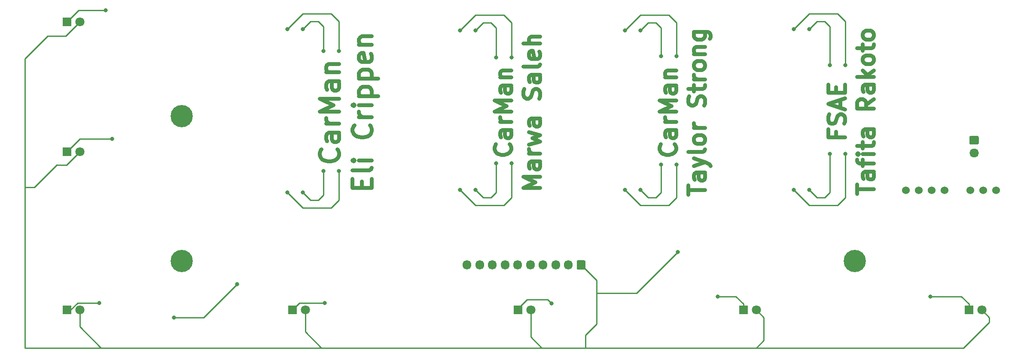
<source format=gbr>
%TF.GenerationSoftware,KiCad,Pcbnew,(5.1.9)-1*%
%TF.CreationDate,2022-03-08T15:51:05-05:00*%
%TF.ProjectId,Front Dash,46726f6e-7420-4446-9173-682e6b696361,rev?*%
%TF.SameCoordinates,Original*%
%TF.FileFunction,Copper,L1,Top*%
%TF.FilePolarity,Positive*%
%FSLAX46Y46*%
G04 Gerber Fmt 4.6, Leading zero omitted, Abs format (unit mm)*
G04 Created by KiCad (PCBNEW (5.1.9)-1) date 2022-03-08 15:51:05*
%MOMM*%
%LPD*%
G01*
G04 APERTURE LIST*
%TA.AperFunction,NonConductor*%
%ADD10C,0.762000*%
%TD*%
%TA.AperFunction,ComponentPad*%
%ADD11C,1.800000*%
%TD*%
%TA.AperFunction,ComponentPad*%
%ADD12R,1.800000X1.800000*%
%TD*%
%TA.AperFunction,ComponentPad*%
%ADD13C,1.524000*%
%TD*%
%TA.AperFunction,ComponentPad*%
%ADD14C,4.400000*%
%TD*%
%TA.AperFunction,ComponentPad*%
%ADD15O,1.850000X1.700000*%
%TD*%
%TA.AperFunction,ComponentPad*%
%ADD16O,1.700000X1.850000*%
%TD*%
%TA.AperFunction,ViaPad*%
%ADD17C,0.800000*%
%TD*%
%TA.AperFunction,Conductor*%
%ADD18C,0.250000*%
%TD*%
G04 APERTURE END LIST*
D10*
X115470214Y-65513857D02*
X115651642Y-65695285D01*
X115833071Y-66239571D01*
X115833071Y-66602428D01*
X115651642Y-67146714D01*
X115288785Y-67509571D01*
X114925928Y-67691000D01*
X114200214Y-67872428D01*
X113655928Y-67872428D01*
X112930214Y-67691000D01*
X112567357Y-67509571D01*
X112204500Y-67146714D01*
X112023071Y-66602428D01*
X112023071Y-66239571D01*
X112204500Y-65695285D01*
X112385928Y-65513857D01*
X115833071Y-62248142D02*
X113837357Y-62248142D01*
X113474500Y-62429571D01*
X113293071Y-62792428D01*
X113293071Y-63518142D01*
X113474500Y-63881000D01*
X115651642Y-62248142D02*
X115833071Y-62611000D01*
X115833071Y-63518142D01*
X115651642Y-63881000D01*
X115288785Y-64062428D01*
X114925928Y-64062428D01*
X114563071Y-63881000D01*
X114381642Y-63518142D01*
X114381642Y-62611000D01*
X114200214Y-62248142D01*
X115833071Y-60433857D02*
X113293071Y-60433857D01*
X114018785Y-60433857D02*
X113655928Y-60252428D01*
X113474500Y-60071000D01*
X113293071Y-59708142D01*
X113293071Y-59345285D01*
X115833071Y-58075285D02*
X112023071Y-58075285D01*
X114744500Y-56805285D01*
X112023071Y-55535285D01*
X115833071Y-55535285D01*
X115833071Y-52088142D02*
X113837357Y-52088142D01*
X113474500Y-52269571D01*
X113293071Y-52632428D01*
X113293071Y-53358142D01*
X113474500Y-53721000D01*
X115651642Y-52088142D02*
X115833071Y-52451000D01*
X115833071Y-53358142D01*
X115651642Y-53721000D01*
X115288785Y-53902428D01*
X114925928Y-53902428D01*
X114563071Y-53721000D01*
X114381642Y-53358142D01*
X114381642Y-52451000D01*
X114200214Y-52088142D01*
X113293071Y-50273857D02*
X115833071Y-50273857D01*
X113655928Y-50273857D02*
X113474500Y-50092428D01*
X113293071Y-49729571D01*
X113293071Y-49185285D01*
X113474500Y-48822428D01*
X113837357Y-48641000D01*
X115833071Y-48641000D01*
X120314357Y-73133857D02*
X120314357Y-71863857D01*
X122310071Y-71319571D02*
X122310071Y-73133857D01*
X118500071Y-73133857D01*
X118500071Y-71319571D01*
X122310071Y-69142428D02*
X122128642Y-69505285D01*
X121765785Y-69686714D01*
X118500071Y-69686714D01*
X122310071Y-67691000D02*
X119770071Y-67691000D01*
X118500071Y-67691000D02*
X118681500Y-67872428D01*
X118862928Y-67691000D01*
X118681500Y-67509571D01*
X118500071Y-67691000D01*
X118862928Y-67691000D01*
X121947214Y-60796714D02*
X122128642Y-60978142D01*
X122310071Y-61522428D01*
X122310071Y-61885285D01*
X122128642Y-62429571D01*
X121765785Y-62792428D01*
X121402928Y-62973857D01*
X120677214Y-63155285D01*
X120132928Y-63155285D01*
X119407214Y-62973857D01*
X119044357Y-62792428D01*
X118681500Y-62429571D01*
X118500071Y-61885285D01*
X118500071Y-61522428D01*
X118681500Y-60978142D01*
X118862928Y-60796714D01*
X122310071Y-59163857D02*
X119770071Y-59163857D01*
X120495785Y-59163857D02*
X120132928Y-58982428D01*
X119951500Y-58801000D01*
X119770071Y-58438142D01*
X119770071Y-58075285D01*
X122310071Y-56805285D02*
X119770071Y-56805285D01*
X118500071Y-56805285D02*
X118681500Y-56986714D01*
X118862928Y-56805285D01*
X118681500Y-56623857D01*
X118500071Y-56805285D01*
X118862928Y-56805285D01*
X119770071Y-54991000D02*
X123580071Y-54991000D01*
X119951500Y-54991000D02*
X119770071Y-54628142D01*
X119770071Y-53902428D01*
X119951500Y-53539571D01*
X120132928Y-53358142D01*
X120495785Y-53176714D01*
X121584357Y-53176714D01*
X121947214Y-53358142D01*
X122128642Y-53539571D01*
X122310071Y-53902428D01*
X122310071Y-54628142D01*
X122128642Y-54991000D01*
X119770071Y-51543857D02*
X123580071Y-51543857D01*
X119951500Y-51543857D02*
X119770071Y-51181000D01*
X119770071Y-50455285D01*
X119951500Y-50092428D01*
X120132928Y-49911000D01*
X120495785Y-49729571D01*
X121584357Y-49729571D01*
X121947214Y-49911000D01*
X122128642Y-50092428D01*
X122310071Y-50455285D01*
X122310071Y-51181000D01*
X122128642Y-51543857D01*
X122128642Y-46645285D02*
X122310071Y-47008142D01*
X122310071Y-47733857D01*
X122128642Y-48096714D01*
X121765785Y-48278142D01*
X120314357Y-48278142D01*
X119951500Y-48096714D01*
X119770071Y-47733857D01*
X119770071Y-47008142D01*
X119951500Y-46645285D01*
X120314357Y-46463857D01*
X120677214Y-46463857D01*
X121040071Y-48278142D01*
X119770071Y-44831000D02*
X122310071Y-44831000D01*
X120132928Y-44831000D02*
X119951500Y-44649571D01*
X119770071Y-44286714D01*
X119770071Y-43742428D01*
X119951500Y-43379571D01*
X120314357Y-43198142D01*
X122310071Y-43198142D01*
X149451785Y-64534142D02*
X149609023Y-64691380D01*
X149766261Y-65163095D01*
X149766261Y-65477571D01*
X149609023Y-65949285D01*
X149294547Y-66263761D01*
X148980071Y-66421000D01*
X148351119Y-66578238D01*
X147879404Y-66578238D01*
X147250452Y-66421000D01*
X146935976Y-66263761D01*
X146621500Y-65949285D01*
X146464261Y-65477571D01*
X146464261Y-65163095D01*
X146621500Y-64691380D01*
X146778738Y-64534142D01*
X149766261Y-61703857D02*
X148036642Y-61703857D01*
X147722166Y-61861095D01*
X147564928Y-62175571D01*
X147564928Y-62804523D01*
X147722166Y-63119000D01*
X149609023Y-61703857D02*
X149766261Y-62018333D01*
X149766261Y-62804523D01*
X149609023Y-63119000D01*
X149294547Y-63276238D01*
X148980071Y-63276238D01*
X148665595Y-63119000D01*
X148508357Y-62804523D01*
X148508357Y-62018333D01*
X148351119Y-61703857D01*
X149766261Y-60131476D02*
X147564928Y-60131476D01*
X148193880Y-60131476D02*
X147879404Y-59974238D01*
X147722166Y-59817000D01*
X147564928Y-59502523D01*
X147564928Y-59188047D01*
X149766261Y-58087380D02*
X146464261Y-58087380D01*
X148822833Y-56986714D01*
X146464261Y-55886047D01*
X149766261Y-55886047D01*
X149766261Y-52898523D02*
X148036642Y-52898523D01*
X147722166Y-53055761D01*
X147564928Y-53370238D01*
X147564928Y-53999190D01*
X147722166Y-54313666D01*
X149609023Y-52898523D02*
X149766261Y-53213000D01*
X149766261Y-53999190D01*
X149609023Y-54313666D01*
X149294547Y-54470904D01*
X148980071Y-54470904D01*
X148665595Y-54313666D01*
X148508357Y-53999190D01*
X148508357Y-53213000D01*
X148351119Y-52898523D01*
X147564928Y-51326142D02*
X149766261Y-51326142D01*
X147879404Y-51326142D02*
X147722166Y-51168904D01*
X147564928Y-50854428D01*
X147564928Y-50382714D01*
X147722166Y-50068238D01*
X148036642Y-49911000D01*
X149766261Y-49911000D01*
X155481261Y-73103619D02*
X152179261Y-73103619D01*
X154537833Y-72002952D01*
X152179261Y-70902285D01*
X155481261Y-70902285D01*
X155481261Y-67914761D02*
X153751642Y-67914761D01*
X153437166Y-68072000D01*
X153279928Y-68386476D01*
X153279928Y-69015428D01*
X153437166Y-69329904D01*
X155324023Y-67914761D02*
X155481261Y-68229238D01*
X155481261Y-69015428D01*
X155324023Y-69329904D01*
X155009547Y-69487142D01*
X154695071Y-69487142D01*
X154380595Y-69329904D01*
X154223357Y-69015428D01*
X154223357Y-68229238D01*
X154066119Y-67914761D01*
X155481261Y-66342380D02*
X153279928Y-66342380D01*
X153908880Y-66342380D02*
X153594404Y-66185142D01*
X153437166Y-66027904D01*
X153279928Y-65713428D01*
X153279928Y-65398952D01*
X153279928Y-64612761D02*
X155481261Y-63983809D01*
X153908880Y-63354857D01*
X155481261Y-62725904D01*
X153279928Y-62096952D01*
X155481261Y-59423904D02*
X153751642Y-59423904D01*
X153437166Y-59581142D01*
X153279928Y-59895619D01*
X153279928Y-60524571D01*
X153437166Y-60839047D01*
X155324023Y-59423904D02*
X155481261Y-59738380D01*
X155481261Y-60524571D01*
X155324023Y-60839047D01*
X155009547Y-60996285D01*
X154695071Y-60996285D01*
X154380595Y-60839047D01*
X154223357Y-60524571D01*
X154223357Y-59738380D01*
X154066119Y-59423904D01*
X155324023Y-55492952D02*
X155481261Y-55021238D01*
X155481261Y-54235047D01*
X155324023Y-53920571D01*
X155166785Y-53763333D01*
X154852309Y-53606095D01*
X154537833Y-53606095D01*
X154223357Y-53763333D01*
X154066119Y-53920571D01*
X153908880Y-54235047D01*
X153751642Y-54864000D01*
X153594404Y-55178476D01*
X153437166Y-55335714D01*
X153122690Y-55492952D01*
X152808214Y-55492952D01*
X152493738Y-55335714D01*
X152336500Y-55178476D01*
X152179261Y-54864000D01*
X152179261Y-54077809D01*
X152336500Y-53606095D01*
X155481261Y-50775809D02*
X153751642Y-50775809D01*
X153437166Y-50933047D01*
X153279928Y-51247523D01*
X153279928Y-51876476D01*
X153437166Y-52190952D01*
X155324023Y-50775809D02*
X155481261Y-51090285D01*
X155481261Y-51876476D01*
X155324023Y-52190952D01*
X155009547Y-52348190D01*
X154695071Y-52348190D01*
X154380595Y-52190952D01*
X154223357Y-51876476D01*
X154223357Y-51090285D01*
X154066119Y-50775809D01*
X155481261Y-48731714D02*
X155324023Y-49046190D01*
X155009547Y-49203428D01*
X152179261Y-49203428D01*
X155324023Y-46215904D02*
X155481261Y-46530380D01*
X155481261Y-47159333D01*
X155324023Y-47473809D01*
X155009547Y-47631047D01*
X153751642Y-47631047D01*
X153437166Y-47473809D01*
X153279928Y-47159333D01*
X153279928Y-46530380D01*
X153437166Y-46215904D01*
X153751642Y-46058666D01*
X154066119Y-46058666D01*
X154380595Y-47631047D01*
X155481261Y-44643523D02*
X152179261Y-44643523D01*
X155481261Y-43228380D02*
X153751642Y-43228380D01*
X153437166Y-43385619D01*
X153279928Y-43700095D01*
X153279928Y-44171809D01*
X153437166Y-44486285D01*
X153594404Y-44643523D01*
X213822642Y-62048571D02*
X213822642Y-63149238D01*
X215552261Y-63149238D02*
X212250261Y-63149238D01*
X212250261Y-61576857D01*
X215395023Y-60476190D02*
X215552261Y-60004476D01*
X215552261Y-59218285D01*
X215395023Y-58903809D01*
X215237785Y-58746571D01*
X214923309Y-58589333D01*
X214608833Y-58589333D01*
X214294357Y-58746571D01*
X214137119Y-58903809D01*
X213979880Y-59218285D01*
X213822642Y-59847238D01*
X213665404Y-60161714D01*
X213508166Y-60318952D01*
X213193690Y-60476190D01*
X212879214Y-60476190D01*
X212564738Y-60318952D01*
X212407500Y-60161714D01*
X212250261Y-59847238D01*
X212250261Y-59061047D01*
X212407500Y-58589333D01*
X214608833Y-57331428D02*
X214608833Y-55759047D01*
X215552261Y-57645904D02*
X212250261Y-56545238D01*
X215552261Y-55444571D01*
X213822642Y-54343904D02*
X213822642Y-53243238D01*
X215552261Y-52771523D02*
X215552261Y-54343904D01*
X212250261Y-54343904D01*
X212250261Y-52771523D01*
X217965261Y-74313142D02*
X217965261Y-72426285D01*
X221267261Y-73369714D02*
X217965261Y-73369714D01*
X221267261Y-69910476D02*
X219537642Y-69910476D01*
X219223166Y-70067714D01*
X219065928Y-70382190D01*
X219065928Y-71011142D01*
X219223166Y-71325619D01*
X221110023Y-69910476D02*
X221267261Y-70224952D01*
X221267261Y-71011142D01*
X221110023Y-71325619D01*
X220795547Y-71482857D01*
X220481071Y-71482857D01*
X220166595Y-71325619D01*
X220009357Y-71011142D01*
X220009357Y-70224952D01*
X219852119Y-69910476D01*
X219065928Y-68809809D02*
X219065928Y-67551904D01*
X221267261Y-68338095D02*
X218436976Y-68338095D01*
X218122500Y-68180857D01*
X217965261Y-67866380D01*
X217965261Y-67551904D01*
X221267261Y-66451238D02*
X219065928Y-66451238D01*
X217965261Y-66451238D02*
X218122500Y-66608476D01*
X218279738Y-66451238D01*
X218122500Y-66294000D01*
X217965261Y-66451238D01*
X218279738Y-66451238D01*
X219065928Y-65350571D02*
X219065928Y-64092666D01*
X217965261Y-64878857D02*
X220795547Y-64878857D01*
X221110023Y-64721619D01*
X221267261Y-64407142D01*
X221267261Y-64092666D01*
X221267261Y-61576857D02*
X219537642Y-61576857D01*
X219223166Y-61734095D01*
X219065928Y-62048571D01*
X219065928Y-62677523D01*
X219223166Y-62992000D01*
X221110023Y-61576857D02*
X221267261Y-61891333D01*
X221267261Y-62677523D01*
X221110023Y-62992000D01*
X220795547Y-63149238D01*
X220481071Y-63149238D01*
X220166595Y-62992000D01*
X220009357Y-62677523D01*
X220009357Y-61891333D01*
X219852119Y-61576857D01*
X221267261Y-55601809D02*
X219694880Y-56702476D01*
X221267261Y-57488666D02*
X217965261Y-57488666D01*
X217965261Y-56230761D01*
X218122500Y-55916285D01*
X218279738Y-55759047D01*
X218594214Y-55601809D01*
X219065928Y-55601809D01*
X219380404Y-55759047D01*
X219537642Y-55916285D01*
X219694880Y-56230761D01*
X219694880Y-57488666D01*
X221267261Y-52771523D02*
X219537642Y-52771523D01*
X219223166Y-52928761D01*
X219065928Y-53243238D01*
X219065928Y-53872190D01*
X219223166Y-54186666D01*
X221110023Y-52771523D02*
X221267261Y-53086000D01*
X221267261Y-53872190D01*
X221110023Y-54186666D01*
X220795547Y-54343904D01*
X220481071Y-54343904D01*
X220166595Y-54186666D01*
X220009357Y-53872190D01*
X220009357Y-53086000D01*
X219852119Y-52771523D01*
X221267261Y-51199142D02*
X217965261Y-51199142D01*
X220009357Y-50884666D02*
X221267261Y-49941238D01*
X219065928Y-49941238D02*
X220323833Y-51199142D01*
X221267261Y-48054380D02*
X221110023Y-48368857D01*
X220952785Y-48526095D01*
X220638309Y-48683333D01*
X219694880Y-48683333D01*
X219380404Y-48526095D01*
X219223166Y-48368857D01*
X219065928Y-48054380D01*
X219065928Y-47582666D01*
X219223166Y-47268190D01*
X219380404Y-47110952D01*
X219694880Y-46953714D01*
X220638309Y-46953714D01*
X220952785Y-47110952D01*
X221110023Y-47268190D01*
X221267261Y-47582666D01*
X221267261Y-48054380D01*
X219065928Y-46010285D02*
X219065928Y-44752380D01*
X217965261Y-45538571D02*
X220795547Y-45538571D01*
X221110023Y-45381333D01*
X221267261Y-45066857D01*
X221267261Y-44752380D01*
X221267261Y-43180000D02*
X221110023Y-43494476D01*
X220952785Y-43651714D01*
X220638309Y-43808952D01*
X219694880Y-43808952D01*
X219380404Y-43651714D01*
X219223166Y-43494476D01*
X219065928Y-43180000D01*
X219065928Y-42708285D01*
X219223166Y-42393809D01*
X219380404Y-42236571D01*
X219694880Y-42079333D01*
X220638309Y-42079333D01*
X220952785Y-42236571D01*
X221110023Y-42393809D01*
X221267261Y-42708285D01*
X221267261Y-43180000D01*
X181963785Y-64534142D02*
X182121023Y-64691380D01*
X182278261Y-65163095D01*
X182278261Y-65477571D01*
X182121023Y-65949285D01*
X181806547Y-66263761D01*
X181492071Y-66421000D01*
X180863119Y-66578238D01*
X180391404Y-66578238D01*
X179762452Y-66421000D01*
X179447976Y-66263761D01*
X179133500Y-65949285D01*
X178976261Y-65477571D01*
X178976261Y-65163095D01*
X179133500Y-64691380D01*
X179290738Y-64534142D01*
X182278261Y-61703857D02*
X180548642Y-61703857D01*
X180234166Y-61861095D01*
X180076928Y-62175571D01*
X180076928Y-62804523D01*
X180234166Y-63119000D01*
X182121023Y-61703857D02*
X182278261Y-62018333D01*
X182278261Y-62804523D01*
X182121023Y-63119000D01*
X181806547Y-63276238D01*
X181492071Y-63276238D01*
X181177595Y-63119000D01*
X181020357Y-62804523D01*
X181020357Y-62018333D01*
X180863119Y-61703857D01*
X182278261Y-60131476D02*
X180076928Y-60131476D01*
X180705880Y-60131476D02*
X180391404Y-59974238D01*
X180234166Y-59817000D01*
X180076928Y-59502523D01*
X180076928Y-59188047D01*
X182278261Y-58087380D02*
X178976261Y-58087380D01*
X181334833Y-56986714D01*
X178976261Y-55886047D01*
X182278261Y-55886047D01*
X182278261Y-52898523D02*
X180548642Y-52898523D01*
X180234166Y-53055761D01*
X180076928Y-53370238D01*
X180076928Y-53999190D01*
X180234166Y-54313666D01*
X182121023Y-52898523D02*
X182278261Y-53213000D01*
X182278261Y-53999190D01*
X182121023Y-54313666D01*
X181806547Y-54470904D01*
X181492071Y-54470904D01*
X181177595Y-54313666D01*
X181020357Y-53999190D01*
X181020357Y-53213000D01*
X180863119Y-52898523D01*
X180076928Y-51326142D02*
X182278261Y-51326142D01*
X180391404Y-51326142D02*
X180234166Y-51168904D01*
X180076928Y-50854428D01*
X180076928Y-50382714D01*
X180234166Y-50068238D01*
X180548642Y-49911000D01*
X182278261Y-49911000D01*
X184691261Y-74518761D02*
X184691261Y-72631904D01*
X187993261Y-73575333D02*
X184691261Y-73575333D01*
X187993261Y-70116095D02*
X186263642Y-70116095D01*
X185949166Y-70273333D01*
X185791928Y-70587809D01*
X185791928Y-71216761D01*
X185949166Y-71531238D01*
X187836023Y-70116095D02*
X187993261Y-70430571D01*
X187993261Y-71216761D01*
X187836023Y-71531238D01*
X187521547Y-71688476D01*
X187207071Y-71688476D01*
X186892595Y-71531238D01*
X186735357Y-71216761D01*
X186735357Y-70430571D01*
X186578119Y-70116095D01*
X185791928Y-68858190D02*
X187993261Y-68072000D01*
X185791928Y-67285809D02*
X187993261Y-68072000D01*
X188779452Y-68386476D01*
X188936690Y-68543714D01*
X189093928Y-68858190D01*
X187993261Y-65556190D02*
X187836023Y-65870666D01*
X187521547Y-66027904D01*
X184691261Y-66027904D01*
X187993261Y-63826571D02*
X187836023Y-64141047D01*
X187678785Y-64298285D01*
X187364309Y-64455523D01*
X186420880Y-64455523D01*
X186106404Y-64298285D01*
X185949166Y-64141047D01*
X185791928Y-63826571D01*
X185791928Y-63354857D01*
X185949166Y-63040380D01*
X186106404Y-62883142D01*
X186420880Y-62725904D01*
X187364309Y-62725904D01*
X187678785Y-62883142D01*
X187836023Y-63040380D01*
X187993261Y-63354857D01*
X187993261Y-63826571D01*
X187993261Y-61310761D02*
X185791928Y-61310761D01*
X186420880Y-61310761D02*
X186106404Y-61153523D01*
X185949166Y-60996285D01*
X185791928Y-60681809D01*
X185791928Y-60367333D01*
X187836023Y-56908095D02*
X187993261Y-56436380D01*
X187993261Y-55650190D01*
X187836023Y-55335714D01*
X187678785Y-55178476D01*
X187364309Y-55021238D01*
X187049833Y-55021238D01*
X186735357Y-55178476D01*
X186578119Y-55335714D01*
X186420880Y-55650190D01*
X186263642Y-56279142D01*
X186106404Y-56593619D01*
X185949166Y-56750857D01*
X185634690Y-56908095D01*
X185320214Y-56908095D01*
X185005738Y-56750857D01*
X184848500Y-56593619D01*
X184691261Y-56279142D01*
X184691261Y-55492952D01*
X184848500Y-55021238D01*
X185791928Y-54077809D02*
X185791928Y-52819904D01*
X184691261Y-53606095D02*
X187521547Y-53606095D01*
X187836023Y-53448857D01*
X187993261Y-53134380D01*
X187993261Y-52819904D01*
X187993261Y-51719238D02*
X185791928Y-51719238D01*
X186420880Y-51719238D02*
X186106404Y-51562000D01*
X185949166Y-51404761D01*
X185791928Y-51090285D01*
X185791928Y-50775809D01*
X187993261Y-49203428D02*
X187836023Y-49517904D01*
X187678785Y-49675142D01*
X187364309Y-49832380D01*
X186420880Y-49832380D01*
X186106404Y-49675142D01*
X185949166Y-49517904D01*
X185791928Y-49203428D01*
X185791928Y-48731714D01*
X185949166Y-48417238D01*
X186106404Y-48260000D01*
X186420880Y-48102761D01*
X187364309Y-48102761D01*
X187678785Y-48260000D01*
X187836023Y-48417238D01*
X187993261Y-48731714D01*
X187993261Y-49203428D01*
X185791928Y-46687619D02*
X187993261Y-46687619D01*
X186106404Y-46687619D02*
X185949166Y-46530380D01*
X185791928Y-46215904D01*
X185791928Y-45744190D01*
X185949166Y-45429714D01*
X186263642Y-45272476D01*
X187993261Y-45272476D01*
X185791928Y-42284952D02*
X188464976Y-42284952D01*
X188779452Y-42442190D01*
X188936690Y-42599428D01*
X189093928Y-42913904D01*
X189093928Y-43385619D01*
X188936690Y-43700095D01*
X187836023Y-42284952D02*
X187993261Y-42599428D01*
X187993261Y-43228380D01*
X187836023Y-43542857D01*
X187678785Y-43700095D01*
X187364309Y-43857333D01*
X186420880Y-43857333D01*
X186106404Y-43700095D01*
X185949166Y-43542857D01*
X185791928Y-43228380D01*
X185791928Y-42599428D01*
X185949166Y-42284952D01*
D11*
%TO.P,D1,2*%
%TO.N,Net-(D1-Pad2)*%
X242570000Y-97282000D03*
D12*
%TO.P,D1,1*%
%TO.N,Net-(D1-Pad1)*%
X240030000Y-97282000D03*
%TD*%
D11*
%TO.P,D7,2*%
%TO.N,Net-(D1-Pad2)*%
X64770000Y-97282000D03*
D12*
%TO.P,D7,1*%
%TO.N,Net-(D7-Pad1)*%
X62230000Y-97282000D03*
%TD*%
D11*
%TO.P,D6,2*%
%TO.N,Net-(D1-Pad2)*%
X64770000Y-66040000D03*
D12*
%TO.P,D6,1*%
%TO.N,Net-(D6-Pad1)*%
X62230000Y-66040000D03*
%TD*%
D11*
%TO.P,D5,2*%
%TO.N,Net-(D1-Pad2)*%
X64770000Y-40386000D03*
D12*
%TO.P,D5,1*%
%TO.N,Net-(D5-Pad1)*%
X62230000Y-40386000D03*
%TD*%
D11*
%TO.P,D4,2*%
%TO.N,Net-(D1-Pad2)*%
X109220000Y-97282000D03*
D12*
%TO.P,D4,1*%
%TO.N,Net-(D4-Pad1)*%
X106680000Y-97282000D03*
%TD*%
D11*
%TO.P,D3,2*%
%TO.N,Net-(D1-Pad2)*%
X153670000Y-97282000D03*
D12*
%TO.P,D3,1*%
%TO.N,Net-(D3-Pad1)*%
X151130000Y-97282000D03*
%TD*%
D11*
%TO.P,D2,2*%
%TO.N,Net-(D1-Pad2)*%
X198120000Y-97282000D03*
D12*
%TO.P,D2,1*%
%TO.N,Net-(D2-Pad1)*%
X195580000Y-97282000D03*
%TD*%
D13*
%TO.P,PS1,7*%
%TO.N,Net-(PS1-Pad7)*%
X227584000Y-73660000D03*
%TO.P,PS1,6*%
%TO.N,Net-(C2-Pad2)*%
X230124000Y-73660000D03*
%TO.P,PS1,5*%
%TO.N,Net-(C2-Pad1)*%
X232664000Y-73660000D03*
%TO.P,PS1,4*%
%TO.N,Net-(PS1-Pad4)*%
X235204000Y-73660000D03*
%TO.P,PS1,3*%
%TO.N,Net-(PS1-Pad3)*%
X240284000Y-73660000D03*
%TO.P,PS1,2*%
%TO.N,Net-(C1-Pad1)*%
X242824000Y-73660000D03*
%TO.P,PS1,1*%
%TO.N,Net-(C1-Pad2)*%
X245364000Y-73660000D03*
%TD*%
D14*
%TO.P,H3,1*%
%TO.N,Net-(D1-Pad2)*%
X217551000Y-87630000D03*
%TD*%
%TO.P,H2,1*%
%TO.N,Net-(D1-Pad2)*%
X84861400Y-59004200D03*
%TD*%
%TO.P,H1,1*%
%TO.N,Net-(D1-Pad2)*%
X84861400Y-87579200D03*
%TD*%
D15*
%TO.P,J2,2*%
%TO.N,Net-(C2-Pad1)*%
X241046000Y-66254000D03*
%TO.P,J2,1*%
%TO.N,Net-(C2-Pad2)*%
%TA.AperFunction,ComponentPad*%
G36*
G01*
X240371000Y-62904000D02*
X241721000Y-62904000D01*
G75*
G02*
X241971000Y-63154000I0J-250000D01*
G01*
X241971000Y-64354000D01*
G75*
G02*
X241721000Y-64604000I-250000J0D01*
G01*
X240371000Y-64604000D01*
G75*
G02*
X240121000Y-64354000I0J250000D01*
G01*
X240121000Y-63154000D01*
G75*
G02*
X240371000Y-62904000I250000J0D01*
G01*
G37*
%TD.AperFunction*%
%TD*%
D16*
%TO.P,J1,10*%
%TO.N,Net-(C1-Pad1)*%
X141076000Y-88392000D03*
%TO.P,J1,9*%
%TO.N,Net-(C1-Pad2)*%
X143576000Y-88392000D03*
%TO.P,J1,8*%
%TO.N,Net-(J1-Pad8)*%
X146076000Y-88392000D03*
%TO.P,J1,7*%
%TO.N,Net-(J1-Pad7)*%
X148576000Y-88392000D03*
%TO.P,J1,6*%
%TO.N,Net-(J1-Pad6)*%
X151076000Y-88392000D03*
%TO.P,J1,5*%
%TO.N,Net-(J1-Pad5)*%
X153576000Y-88392000D03*
%TO.P,J1,4*%
%TO.N,Net-(J1-Pad4)*%
X156076000Y-88392000D03*
%TO.P,J1,3*%
%TO.N,Net-(J1-Pad3)*%
X158576000Y-88392000D03*
%TO.P,J1,2*%
%TO.N,Net-(J1-Pad2)*%
X161076000Y-88392000D03*
%TO.P,J1,1*%
%TO.N,Net-(D1-Pad2)*%
%TA.AperFunction,ComponentPad*%
G36*
G01*
X164426000Y-87717000D02*
X164426000Y-89067000D01*
G75*
G02*
X164176000Y-89317000I-250000J0D01*
G01*
X162976000Y-89317000D01*
G75*
G02*
X162726000Y-89067000I0J250000D01*
G01*
X162726000Y-87717000D01*
G75*
G02*
X162976000Y-87467000I250000J0D01*
G01*
X164176000Y-87467000D01*
G75*
G02*
X164426000Y-87717000I0J-250000D01*
G01*
G37*
%TD.AperFunction*%
%TD*%
D17*
%TO.N,*%
X205486000Y-41783000D03*
X208534000Y-41783000D03*
X215646000Y-48895000D03*
X212598000Y-48895000D03*
X205486000Y-73533000D03*
X212598000Y-66421000D03*
X215646000Y-66421000D03*
X208534000Y-73533000D03*
X172212000Y-42037000D03*
X175260000Y-42037000D03*
X175260000Y-73533000D03*
X172212000Y-73533000D03*
X139700000Y-42037000D03*
X142748000Y-42037000D03*
X142748000Y-73533000D03*
X139700000Y-73533000D03*
X108712000Y-41783000D03*
X105664000Y-74041000D03*
X108712000Y-74041000D03*
X105664000Y-41783000D03*
X115824000Y-69850000D03*
X112776000Y-69850000D03*
X112776000Y-46101000D03*
X115824000Y-46101000D03*
X149860000Y-47371000D03*
X146812000Y-47371000D03*
X146812000Y-68326000D03*
X149860000Y-68326000D03*
X179324000Y-68580000D03*
X182372000Y-68580000D03*
X182372000Y-47117000D03*
X179324000Y-47117000D03*
%TO.N,Net-(D1-Pad1)*%
X232410000Y-94615000D03*
%TO.N,Net-(D5-Pad1)*%
X69850000Y-38100000D03*
%TO.N,Net-(D7-Pad1)*%
X68580000Y-95885000D03*
%TO.N,Net-(D4-Pad1)*%
X113030000Y-95885000D03*
%TO.N,Net-(D6-Pad1)*%
X71120000Y-63500000D03*
%TO.N,Net-(D2-Pad1)*%
X190500000Y-94615000D03*
%TO.N,Net-(C1-Pad1)*%
X95758000Y-92202000D03*
X83312000Y-98806000D03*
%TO.N,Net-(D1-Pad2)*%
X182626000Y-85852000D03*
%TO.N,Net-(D3-Pad1)*%
X157734000Y-96012000D03*
%TD*%
D18*
%TO.N,*%
X205486000Y-41783000D02*
X208534000Y-38735000D01*
X208534000Y-38735000D02*
X214122000Y-38735000D01*
X215646000Y-40259000D02*
X215646000Y-48895000D01*
X214122000Y-38735000D02*
X215646000Y-40259000D01*
X208534000Y-41783000D02*
X210058000Y-40259000D01*
X210058000Y-40259000D02*
X211582000Y-40259000D01*
X211582000Y-40259000D02*
X212598000Y-41275000D01*
X212598000Y-41275000D02*
X212598000Y-48895000D01*
X208534000Y-76581000D02*
X214122000Y-76581000D01*
X214122000Y-76581000D02*
X215646000Y-75057000D01*
X211582000Y-75057000D02*
X212598000Y-74041000D01*
X215646000Y-75057000D02*
X215646000Y-66421000D01*
X210058000Y-75057000D02*
X211582000Y-75057000D01*
X208534000Y-73533000D02*
X210058000Y-75057000D01*
X212598000Y-74041000D02*
X212598000Y-66421000D01*
X205486000Y-73533000D02*
X208534000Y-76581000D01*
X178308000Y-75057000D02*
X179324000Y-74041000D01*
X175260000Y-76581000D02*
X180848000Y-76581000D01*
X175260000Y-73533000D02*
X176784000Y-75057000D01*
X180848000Y-76581000D02*
X182372000Y-75057000D01*
X172212000Y-73533000D02*
X175260000Y-76581000D01*
X176784000Y-75057000D02*
X178308000Y-75057000D01*
X145796000Y-75057000D02*
X146812000Y-74041000D01*
X142748000Y-76581000D02*
X148336000Y-76581000D01*
X142748000Y-73533000D02*
X144272000Y-75057000D01*
X148336000Y-76581000D02*
X149860000Y-75057000D01*
X139700000Y-73533000D02*
X142748000Y-76581000D01*
X144272000Y-75057000D02*
X145796000Y-75057000D01*
X110236000Y-75565000D02*
X111760000Y-75565000D01*
X108712000Y-38735000D02*
X114300000Y-38735000D01*
X108712000Y-77089000D02*
X114300000Y-77089000D01*
X114300000Y-38735000D02*
X115824000Y-40259000D01*
X111760000Y-75565000D02*
X112776000Y-74549000D01*
X108712000Y-74041000D02*
X110236000Y-75565000D01*
X114300000Y-77089000D02*
X115824000Y-75565000D01*
X105664000Y-74041000D02*
X108712000Y-77089000D01*
X105664000Y-41783000D02*
X108712000Y-38735000D01*
X112776000Y-74549000D02*
X112776000Y-69850000D01*
X115824000Y-75565000D02*
X115824000Y-69850000D01*
X112776000Y-46101000D02*
X112776000Y-46101000D01*
X115824000Y-46101000D02*
X115824000Y-46101000D01*
X115824000Y-46101000D02*
X115824000Y-40386000D01*
X146812000Y-74041000D02*
X146812000Y-68326000D01*
X149860000Y-75057000D02*
X149860000Y-68326000D01*
X146812000Y-47371000D02*
X146812000Y-47371000D01*
X149860000Y-47371000D02*
X149860000Y-47371000D01*
X146812000Y-68326000D02*
X146812000Y-68326000D01*
X149860000Y-68326000D02*
X149860000Y-68326000D01*
X179324000Y-74041000D02*
X179324000Y-68580000D01*
X182372000Y-75057000D02*
X182372000Y-68580000D01*
X144272000Y-40513000D02*
X142748000Y-42037000D01*
X145796000Y-40513000D02*
X144272000Y-40513000D01*
X146812000Y-41529000D02*
X145796000Y-40513000D01*
X146812000Y-47371000D02*
X146812000Y-41529000D01*
X148336000Y-38989000D02*
X142748000Y-38989000D01*
X149860000Y-40513000D02*
X148336000Y-38989000D01*
X142748000Y-38989000D02*
X139700000Y-42037000D01*
X149860000Y-47371000D02*
X149860000Y-40513000D01*
X110236000Y-40259000D02*
X108712000Y-41783000D01*
X111760000Y-40259000D02*
X110236000Y-40259000D01*
X112776000Y-41275000D02*
X111760000Y-40259000D01*
X112776000Y-46101000D02*
X112776000Y-41275000D01*
X115824000Y-40259000D02*
X115824000Y-40386000D01*
X176784000Y-40513000D02*
X175260000Y-42037000D01*
X178308000Y-40513000D02*
X176784000Y-40513000D01*
X179324000Y-41529000D02*
X178308000Y-40513000D01*
X179324000Y-47117000D02*
X179324000Y-47117000D01*
X175260000Y-38989000D02*
X172212000Y-42037000D01*
X180848000Y-38989000D02*
X175260000Y-38989000D01*
X182372000Y-40513000D02*
X180848000Y-38989000D01*
X182372000Y-47117000D02*
X182372000Y-47117000D01*
X179324000Y-68580000D02*
X179324000Y-68580000D01*
X182372000Y-68580000D02*
X182372000Y-68580000D01*
X182372000Y-47117000D02*
X182372000Y-40513000D01*
X179324000Y-47117000D02*
X179324000Y-41529000D01*
%TO.N,Net-(D1-Pad1)*%
X232410000Y-94615000D02*
X238545000Y-94615000D01*
%TO.N,Net-(D1-Pad2)*%
X145415000Y-104775000D02*
X145985000Y-104775000D01*
X53975000Y-104775000D02*
X56450000Y-104775000D01*
X53975000Y-73025000D02*
X55815000Y-73025000D01*
X53975000Y-73025000D02*
X53975000Y-104775000D01*
X137160000Y-104775000D02*
X145415000Y-104775000D01*
X53975000Y-50800000D02*
X53975000Y-73025000D01*
X53975000Y-50165000D02*
X53975000Y-50800000D01*
X112395000Y-104775000D02*
X137160000Y-104775000D01*
X100330000Y-104775000D02*
X112395000Y-104775000D01*
X145415000Y-104775000D02*
X146050000Y-104775000D01*
X164465000Y-104775000D02*
X191770000Y-104775000D01*
X198120000Y-104775000D02*
X191770000Y-104775000D01*
X238975000Y-104775000D02*
X198120000Y-104775000D01*
X244055000Y-99695000D02*
X238975000Y-104775000D01*
X60960000Y-104775000D02*
X67945000Y-104775000D01*
X53975000Y-104775000D02*
X60960000Y-104775000D01*
X53975000Y-47625000D02*
X53975000Y-50800000D01*
X58420000Y-43180000D02*
X53975000Y-47625000D01*
X146050000Y-104775000D02*
X146685000Y-104775000D01*
X137160000Y-104775000D02*
X138430000Y-104775000D01*
X164465000Y-104775000D02*
X165481000Y-104775000D01*
X164465000Y-104775000D02*
X164465000Y-102235000D01*
X164465000Y-102235000D02*
X166624000Y-100076000D01*
X166624000Y-91440000D02*
X163576000Y-88392000D01*
%TO.N,Net-(D5-Pad1)*%
X69850000Y-38100000D02*
X66255000Y-38100000D01*
%TO.N,Net-(D4-Pad1)*%
X113030000Y-95885000D02*
X110705000Y-95885000D01*
%TO.N,Net-(D2-Pad1)*%
X190500000Y-94615000D02*
X194095000Y-94615000D01*
%TO.N,Net-(C1-Pad1)*%
X89154000Y-98806000D02*
X83312000Y-98806000D01*
X95758000Y-92202000D02*
X89154000Y-98806000D01*
%TO.N,Net-(D1-Pad2)*%
X174498000Y-93980000D02*
X166624000Y-93980000D01*
X182626000Y-85852000D02*
X174498000Y-93980000D01*
X166624000Y-93980000D02*
X166624000Y-91440000D01*
X166624000Y-100076000D02*
X166624000Y-93980000D01*
X61976000Y-43180000D02*
X58420000Y-43180000D01*
X64770000Y-40386000D02*
X61976000Y-43180000D01*
X62199000Y-68611000D02*
X60229000Y-68611000D01*
X64770000Y-66040000D02*
X62199000Y-68611000D01*
X60229000Y-68611000D02*
X55815000Y-73025000D01*
X60260000Y-68580000D02*
X60229000Y-68611000D01*
X64770000Y-100584000D02*
X68961000Y-104775000D01*
X64770000Y-97282000D02*
X64770000Y-100584000D01*
X68961000Y-104775000D02*
X100330000Y-104775000D01*
X67945000Y-104775000D02*
X68961000Y-104775000D01*
X155829000Y-104775000D02*
X164465000Y-104775000D01*
X146685000Y-104775000D02*
X155829000Y-104775000D01*
X109220000Y-101600000D02*
X112395000Y-104775000D01*
X109220000Y-97282000D02*
X109220000Y-101600000D01*
X244055000Y-98767000D02*
X244055000Y-99695000D01*
X242570000Y-97282000D02*
X244055000Y-98767000D01*
X199605000Y-103290000D02*
X198120000Y-104775000D01*
X199605000Y-98767000D02*
X199605000Y-103290000D01*
X198120000Y-97282000D02*
X199605000Y-98767000D01*
X153670000Y-102616000D02*
X155829000Y-104775000D01*
X153670000Y-97282000D02*
X153670000Y-102616000D01*
%TO.N,Net-(D1-Pad1)*%
X240030000Y-96100000D02*
X238545000Y-94615000D01*
X240030000Y-97282000D02*
X240030000Y-96100000D01*
%TO.N,Net-(D2-Pad1)*%
X195580000Y-96100000D02*
X194095000Y-94615000D01*
X195580000Y-97282000D02*
X195580000Y-96100000D01*
%TO.N,Net-(D3-Pad1)*%
X157734000Y-96012000D02*
X156972000Y-95250000D01*
X152908000Y-95250000D02*
X155194000Y-95250000D01*
X155194000Y-95250000D02*
X155155000Y-95250000D01*
X156972000Y-95250000D02*
X155194000Y-95250000D01*
X151130000Y-97028000D02*
X152908000Y-95250000D01*
X151130000Y-97282000D02*
X151130000Y-97028000D01*
%TO.N,Net-(D4-Pad1)*%
X108077000Y-95885000D02*
X110705000Y-95885000D01*
X106680000Y-97282000D02*
X108077000Y-95885000D01*
%TO.N,Net-(D5-Pad1)*%
X64516000Y-38100000D02*
X66255000Y-38100000D01*
X62230000Y-40386000D02*
X64516000Y-38100000D01*
%TO.N,Net-(D6-Pad1)*%
X64770000Y-63500000D02*
X66548000Y-63500000D01*
X62230000Y-66040000D02*
X64770000Y-63500000D01*
X66548000Y-63500000D02*
X66255000Y-63500000D01*
X71120000Y-63500000D02*
X66548000Y-63500000D01*
%TO.N,Net-(D7-Pad1)*%
X64353998Y-95885000D02*
X68580000Y-95885000D01*
X62956998Y-97282000D02*
X64353998Y-95885000D01*
X62230000Y-97282000D02*
X62956998Y-97282000D01*
%TD*%
M02*

</source>
